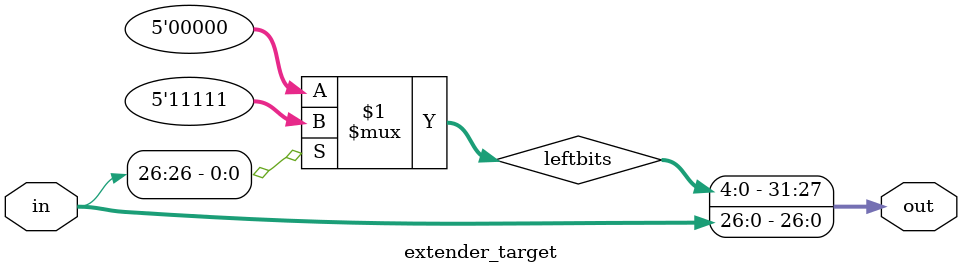
<source format=v>
module extender_target(in, out);

	input [26:0] in;
	output [31:0] out;
	
	assign out[26:0] = in;
	
	wire [4:0] leftbits = in[26] ? 5'b11111 : 5'b0;
	
	assign out[31:27] = leftbits;
	

endmodule
</source>
